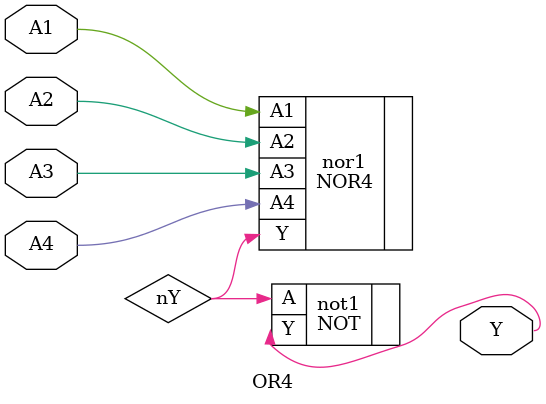
<source format=v>
`include "../NOR4/NOR4.v"
`include "../NOT/NOT.v"

module OR4(
    output Y,
    input A1,
    input A2,
    input A3,
    input A4
);
    wire nY;
    NOR4 nor1(.A1(A1), .A2(A2), .A3(A3), .A4(A4), .Y(nY));
    NOT not1(.A(nY), .Y(Y));
endmodule
</source>
